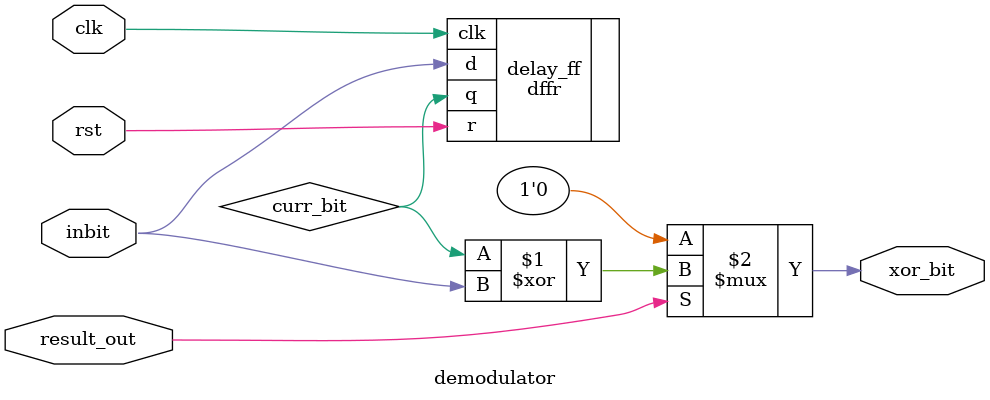
<source format=v>
module demodulator (
	input inbit, clk, rst, result_out,
	output xor_bit);

// Reverse operation of xor_word to decode DPSK'd input
// Output at 10 MHz with 120 MHz PLL clock in the rest of the project
	
	wire curr_bit;
	
	dffr delay_ff(.clk(clk), .r(rst), .d(inbit), .q(curr_bit));
	
	// If result not out yet, simply pass 0
	assign xor_bit = result_out ? curr_bit ^ inbit : 1'b0;
	
endmodule

</source>
